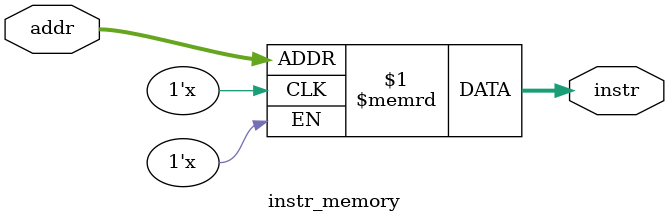
<source format=v>
module instr_memory(
	input [7:0] addr,
	output [31:0]instr
);

reg [31:0] rom [255:0];

assign instr=rom[addr];

endmodule

</source>
